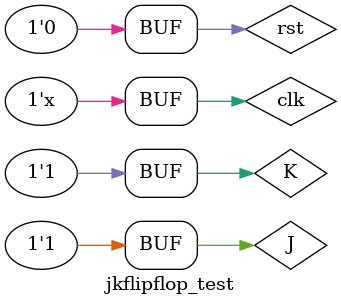
<source format=v>
`timescale 1ns / 1ps


module jkflipflop_test(
   );
   reg J;
    reg K;
    reg clk;
    reg rst;
    wire Q;
    jkflipflop uut( 
    .J(J),
    .K(K),
    .rst(rst),
    .clk(clk),
    .Q(Q)
    );
    initial begin
    clk=0;
    rst=1;
    #100; rst=0; clk=1;
    #100; J=0; K=0;
    #100; J=0; K=1;
    #100; J=1; K=0;
    #100; J=1; K=1;
    end  
    always
    #50 clk=~clk;
    endmodule

</source>
